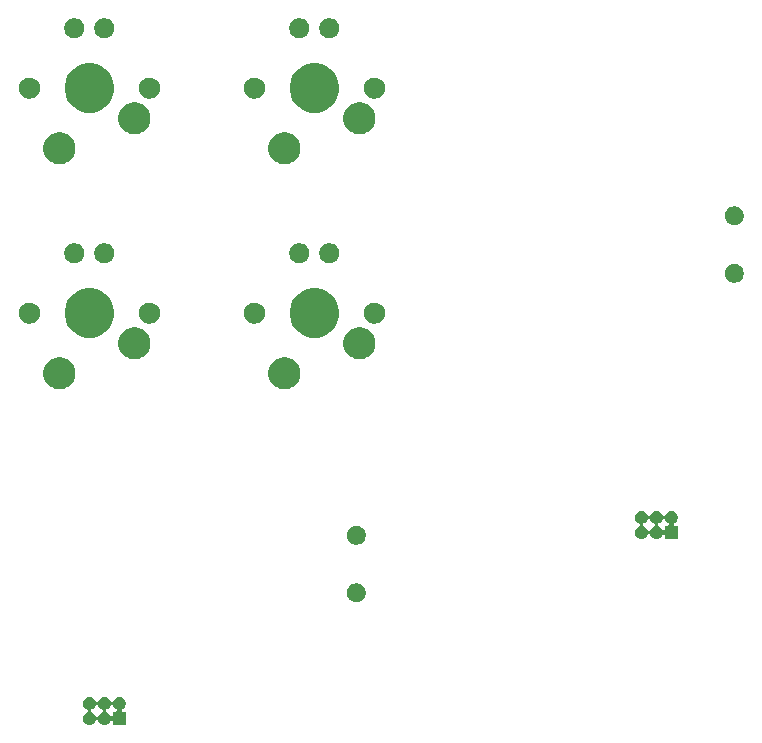
<source format=gbr>
G04 #@! TF.GenerationSoftware,KiCad,Pcbnew,(5.0.2)-1*
G04 #@! TF.CreationDate,2018-12-26T22:17:43-06:00*
G04 #@! TF.ProjectId,AVR6502Tester,41565236-3530-4325-9465-737465722e6b,rev?*
G04 #@! TF.SameCoordinates,Original*
G04 #@! TF.FileFunction,Soldermask,Top*
G04 #@! TF.FilePolarity,Negative*
%FSLAX46Y46*%
G04 Gerber Fmt 4.6, Leading zero omitted, Abs format (unit mm)*
G04 Created by KiCad (PCBNEW (5.0.2)-1) date 12/26/2018 10:17:43 PM*
%MOMM*%
%LPD*%
G01*
G04 APERTURE LIST*
%ADD10C,0.100000*%
G04 APERTURE END LIST*
D10*
G36*
X58528015Y-89626973D02*
X58631879Y-89658479D01*
X58727600Y-89709644D01*
X58811501Y-89778499D01*
X58880356Y-89862400D01*
X58931521Y-89958121D01*
X58935383Y-89970854D01*
X58944760Y-89993493D01*
X58958374Y-90013867D01*
X58975701Y-90031194D01*
X58996076Y-90044808D01*
X59018715Y-90054186D01*
X59042748Y-90058966D01*
X59067252Y-90058966D01*
X59091286Y-90054185D01*
X59113925Y-90044808D01*
X59134299Y-90031194D01*
X59151626Y-90013867D01*
X59165240Y-89993492D01*
X59174617Y-89970854D01*
X59178479Y-89958121D01*
X59229644Y-89862400D01*
X59298499Y-89778499D01*
X59382400Y-89709644D01*
X59478121Y-89658479D01*
X59581985Y-89626973D01*
X59662933Y-89619000D01*
X59717067Y-89619000D01*
X59798015Y-89626973D01*
X59901879Y-89658479D01*
X59997600Y-89709644D01*
X60081501Y-89778499D01*
X60150356Y-89862400D01*
X60201521Y-89958121D01*
X60205383Y-89970854D01*
X60214760Y-89993493D01*
X60228374Y-90013867D01*
X60245701Y-90031194D01*
X60266076Y-90044808D01*
X60288715Y-90054186D01*
X60312748Y-90058966D01*
X60337252Y-90058966D01*
X60361286Y-90054185D01*
X60383925Y-90044808D01*
X60404299Y-90031194D01*
X60421626Y-90013867D01*
X60435240Y-89993492D01*
X60444617Y-89970854D01*
X60448479Y-89958121D01*
X60499644Y-89862400D01*
X60568499Y-89778499D01*
X60652400Y-89709644D01*
X60748121Y-89658479D01*
X60851985Y-89626973D01*
X60932933Y-89619000D01*
X60987067Y-89619000D01*
X61068015Y-89626973D01*
X61171879Y-89658479D01*
X61267600Y-89709644D01*
X61351501Y-89778499D01*
X61420356Y-89862400D01*
X61471521Y-89958121D01*
X61503027Y-90061985D01*
X61513666Y-90170000D01*
X61503027Y-90278015D01*
X61471521Y-90381879D01*
X61420356Y-90477600D01*
X61351501Y-90561501D01*
X61267600Y-90630356D01*
X61223805Y-90653766D01*
X61203439Y-90667374D01*
X61186111Y-90684701D01*
X61172498Y-90705076D01*
X61163120Y-90727715D01*
X61158340Y-90751748D01*
X61158340Y-90776252D01*
X61163121Y-90800286D01*
X61172498Y-90822925D01*
X61186112Y-90843299D01*
X61203439Y-90860627D01*
X61223814Y-90874240D01*
X61246453Y-90883618D01*
X61282738Y-90889000D01*
X61511000Y-90889000D01*
X61511000Y-91991000D01*
X60409000Y-91991000D01*
X60409000Y-91762738D01*
X60406598Y-91738352D01*
X60399485Y-91714903D01*
X60387934Y-91693292D01*
X60372388Y-91674350D01*
X60353446Y-91658804D01*
X60331835Y-91647253D01*
X60308386Y-91640140D01*
X60284000Y-91637738D01*
X60259614Y-91640140D01*
X60236165Y-91647253D01*
X60214554Y-91658804D01*
X60195612Y-91674350D01*
X60173764Y-91703808D01*
X60150356Y-91747600D01*
X60081501Y-91831501D01*
X59997600Y-91900356D01*
X59901879Y-91951521D01*
X59798015Y-91983027D01*
X59717067Y-91991000D01*
X59662933Y-91991000D01*
X59581985Y-91983027D01*
X59478121Y-91951521D01*
X59382400Y-91900356D01*
X59298499Y-91831501D01*
X59229644Y-91747600D01*
X59178479Y-91651879D01*
X59174615Y-91639142D01*
X59165240Y-91616507D01*
X59151626Y-91596133D01*
X59134299Y-91578806D01*
X59113924Y-91565192D01*
X59091285Y-91555814D01*
X59067252Y-91551034D01*
X59042748Y-91551034D01*
X59018714Y-91555815D01*
X58996075Y-91565192D01*
X58975701Y-91578806D01*
X58958374Y-91596133D01*
X58944760Y-91616508D01*
X58935385Y-91639142D01*
X58931521Y-91651879D01*
X58880356Y-91747600D01*
X58811501Y-91831501D01*
X58727600Y-91900356D01*
X58631879Y-91951521D01*
X58528015Y-91983027D01*
X58447067Y-91991000D01*
X58392933Y-91991000D01*
X58311985Y-91983027D01*
X58208121Y-91951521D01*
X58112400Y-91900356D01*
X58028499Y-91831501D01*
X57959644Y-91747600D01*
X57908479Y-91651879D01*
X57876973Y-91548015D01*
X57866334Y-91440000D01*
X57876973Y-91331985D01*
X57908479Y-91228121D01*
X57959644Y-91132400D01*
X58028499Y-91048499D01*
X58112400Y-90979644D01*
X58208121Y-90928479D01*
X58220858Y-90924615D01*
X58243493Y-90915240D01*
X58263867Y-90901626D01*
X58281194Y-90884299D01*
X58294808Y-90863924D01*
X58304186Y-90841285D01*
X58308966Y-90817252D01*
X58308966Y-90792748D01*
X58531034Y-90792748D01*
X58531034Y-90817252D01*
X58535815Y-90841286D01*
X58545192Y-90863925D01*
X58558806Y-90884299D01*
X58576133Y-90901626D01*
X58596508Y-90915240D01*
X58619142Y-90924615D01*
X58631879Y-90928479D01*
X58727600Y-90979644D01*
X58811501Y-91048499D01*
X58880356Y-91132400D01*
X58931521Y-91228121D01*
X58935383Y-91240854D01*
X58944760Y-91263493D01*
X58958374Y-91283867D01*
X58975701Y-91301194D01*
X58996076Y-91314808D01*
X59018715Y-91324186D01*
X59042748Y-91328966D01*
X59067252Y-91328966D01*
X59091286Y-91324185D01*
X59113925Y-91314808D01*
X59134299Y-91301194D01*
X59151626Y-91283867D01*
X59165240Y-91263492D01*
X59174617Y-91240854D01*
X59178479Y-91228121D01*
X59229644Y-91132400D01*
X59298499Y-91048499D01*
X59382400Y-90979644D01*
X59478121Y-90928479D01*
X59490858Y-90924615D01*
X59513493Y-90915240D01*
X59533867Y-90901626D01*
X59551194Y-90884299D01*
X59564808Y-90863924D01*
X59574186Y-90841285D01*
X59578966Y-90817252D01*
X59578966Y-90792748D01*
X59801034Y-90792748D01*
X59801034Y-90817252D01*
X59805815Y-90841286D01*
X59815192Y-90863925D01*
X59828806Y-90884299D01*
X59846133Y-90901626D01*
X59866508Y-90915240D01*
X59889142Y-90924615D01*
X59901879Y-90928479D01*
X59997600Y-90979644D01*
X60081501Y-91048499D01*
X60150356Y-91132400D01*
X60173766Y-91176195D01*
X60187374Y-91196561D01*
X60204701Y-91213889D01*
X60225076Y-91227502D01*
X60247715Y-91236880D01*
X60271748Y-91241660D01*
X60296252Y-91241660D01*
X60320286Y-91236879D01*
X60342925Y-91227502D01*
X60363299Y-91213888D01*
X60380627Y-91196561D01*
X60394240Y-91176186D01*
X60403618Y-91153547D01*
X60409000Y-91117262D01*
X60409000Y-90889000D01*
X60637262Y-90889000D01*
X60661648Y-90886598D01*
X60685097Y-90879485D01*
X60706708Y-90867934D01*
X60725650Y-90852388D01*
X60741196Y-90833446D01*
X60752747Y-90811835D01*
X60759860Y-90788386D01*
X60762262Y-90764000D01*
X60759860Y-90739614D01*
X60752747Y-90716165D01*
X60741196Y-90694554D01*
X60725650Y-90675612D01*
X60696192Y-90653764D01*
X60652400Y-90630356D01*
X60568499Y-90561501D01*
X60499644Y-90477600D01*
X60448479Y-90381879D01*
X60444615Y-90369142D01*
X60435240Y-90346507D01*
X60421626Y-90326133D01*
X60404299Y-90308806D01*
X60383924Y-90295192D01*
X60361285Y-90285814D01*
X60337252Y-90281034D01*
X60312748Y-90281034D01*
X60288714Y-90285815D01*
X60266075Y-90295192D01*
X60245701Y-90308806D01*
X60228374Y-90326133D01*
X60214760Y-90346508D01*
X60205385Y-90369142D01*
X60201521Y-90381879D01*
X60150356Y-90477600D01*
X60081501Y-90561501D01*
X59997600Y-90630356D01*
X59901879Y-90681521D01*
X59889142Y-90685385D01*
X59866507Y-90694760D01*
X59846133Y-90708374D01*
X59828806Y-90725701D01*
X59815192Y-90746076D01*
X59805814Y-90768715D01*
X59801034Y-90792748D01*
X59578966Y-90792748D01*
X59574185Y-90768714D01*
X59564808Y-90746075D01*
X59551194Y-90725701D01*
X59533867Y-90708374D01*
X59513492Y-90694760D01*
X59490858Y-90685385D01*
X59478121Y-90681521D01*
X59382400Y-90630356D01*
X59298499Y-90561501D01*
X59229644Y-90477600D01*
X59178479Y-90381879D01*
X59174615Y-90369142D01*
X59165240Y-90346507D01*
X59151626Y-90326133D01*
X59134299Y-90308806D01*
X59113924Y-90295192D01*
X59091285Y-90285814D01*
X59067252Y-90281034D01*
X59042748Y-90281034D01*
X59018714Y-90285815D01*
X58996075Y-90295192D01*
X58975701Y-90308806D01*
X58958374Y-90326133D01*
X58944760Y-90346508D01*
X58935385Y-90369142D01*
X58931521Y-90381879D01*
X58880356Y-90477600D01*
X58811501Y-90561501D01*
X58727600Y-90630356D01*
X58631879Y-90681521D01*
X58619142Y-90685385D01*
X58596507Y-90694760D01*
X58576133Y-90708374D01*
X58558806Y-90725701D01*
X58545192Y-90746076D01*
X58535814Y-90768715D01*
X58531034Y-90792748D01*
X58308966Y-90792748D01*
X58304185Y-90768714D01*
X58294808Y-90746075D01*
X58281194Y-90725701D01*
X58263867Y-90708374D01*
X58243492Y-90694760D01*
X58220858Y-90685385D01*
X58208121Y-90681521D01*
X58112400Y-90630356D01*
X58028499Y-90561501D01*
X57959644Y-90477600D01*
X57908479Y-90381879D01*
X57876973Y-90278015D01*
X57866334Y-90170000D01*
X57876973Y-90061985D01*
X57908479Y-89958121D01*
X57959644Y-89862400D01*
X58028499Y-89778499D01*
X58112400Y-89709644D01*
X58208121Y-89658479D01*
X58311985Y-89626973D01*
X58392933Y-89619000D01*
X58447067Y-89619000D01*
X58528015Y-89626973D01*
X58528015Y-89626973D01*
G37*
G36*
X81259643Y-80055781D02*
X81405415Y-80116162D01*
X81536611Y-80203824D01*
X81648176Y-80315389D01*
X81735838Y-80446585D01*
X81796219Y-80592357D01*
X81827000Y-80747107D01*
X81827000Y-80904893D01*
X81796219Y-81059643D01*
X81735838Y-81205415D01*
X81648176Y-81336611D01*
X81536611Y-81448176D01*
X81405415Y-81535838D01*
X81259643Y-81596219D01*
X81104893Y-81627000D01*
X80947107Y-81627000D01*
X80792357Y-81596219D01*
X80646585Y-81535838D01*
X80515389Y-81448176D01*
X80403824Y-81336611D01*
X80316162Y-81205415D01*
X80255781Y-81059643D01*
X80225000Y-80904893D01*
X80225000Y-80747107D01*
X80255781Y-80592357D01*
X80316162Y-80446585D01*
X80403824Y-80315389D01*
X80515389Y-80203824D01*
X80646585Y-80116162D01*
X80792357Y-80055781D01*
X80947107Y-80025000D01*
X81104893Y-80025000D01*
X81259643Y-80055781D01*
X81259643Y-80055781D01*
G37*
G36*
X81259643Y-75175781D02*
X81405415Y-75236162D01*
X81536611Y-75323824D01*
X81648176Y-75435389D01*
X81735838Y-75566585D01*
X81796219Y-75712357D01*
X81827000Y-75867107D01*
X81827000Y-76024893D01*
X81796219Y-76179643D01*
X81735838Y-76325415D01*
X81648176Y-76456611D01*
X81536611Y-76568176D01*
X81405415Y-76655838D01*
X81259643Y-76716219D01*
X81104893Y-76747000D01*
X80947107Y-76747000D01*
X80792357Y-76716219D01*
X80646585Y-76655838D01*
X80515389Y-76568176D01*
X80403824Y-76456611D01*
X80316162Y-76325415D01*
X80255781Y-76179643D01*
X80225000Y-76024893D01*
X80225000Y-75867107D01*
X80255781Y-75712357D01*
X80316162Y-75566585D01*
X80403824Y-75435389D01*
X80515389Y-75323824D01*
X80646585Y-75236162D01*
X80792357Y-75175781D01*
X80947107Y-75145000D01*
X81104893Y-75145000D01*
X81259643Y-75175781D01*
X81259643Y-75175781D01*
G37*
G36*
X105264015Y-73878973D02*
X105367879Y-73910479D01*
X105463600Y-73961644D01*
X105547501Y-74030499D01*
X105616356Y-74114400D01*
X105667521Y-74210121D01*
X105671383Y-74222854D01*
X105680760Y-74245493D01*
X105694374Y-74265867D01*
X105711701Y-74283194D01*
X105732076Y-74296808D01*
X105754715Y-74306186D01*
X105778748Y-74310966D01*
X105803252Y-74310966D01*
X105827286Y-74306185D01*
X105849925Y-74296808D01*
X105870299Y-74283194D01*
X105887626Y-74265867D01*
X105901240Y-74245492D01*
X105910617Y-74222854D01*
X105914479Y-74210121D01*
X105965644Y-74114400D01*
X106034499Y-74030499D01*
X106118400Y-73961644D01*
X106214121Y-73910479D01*
X106317985Y-73878973D01*
X106398933Y-73871000D01*
X106453067Y-73871000D01*
X106534015Y-73878973D01*
X106637879Y-73910479D01*
X106733600Y-73961644D01*
X106817501Y-74030499D01*
X106886356Y-74114400D01*
X106937521Y-74210121D01*
X106941383Y-74222854D01*
X106950760Y-74245493D01*
X106964374Y-74265867D01*
X106981701Y-74283194D01*
X107002076Y-74296808D01*
X107024715Y-74306186D01*
X107048748Y-74310966D01*
X107073252Y-74310966D01*
X107097286Y-74306185D01*
X107119925Y-74296808D01*
X107140299Y-74283194D01*
X107157626Y-74265867D01*
X107171240Y-74245492D01*
X107180617Y-74222854D01*
X107184479Y-74210121D01*
X107235644Y-74114400D01*
X107304499Y-74030499D01*
X107388400Y-73961644D01*
X107484121Y-73910479D01*
X107587985Y-73878973D01*
X107668933Y-73871000D01*
X107723067Y-73871000D01*
X107804015Y-73878973D01*
X107907879Y-73910479D01*
X108003600Y-73961644D01*
X108087501Y-74030499D01*
X108156356Y-74114400D01*
X108207521Y-74210121D01*
X108239027Y-74313985D01*
X108249666Y-74422000D01*
X108239027Y-74530015D01*
X108207521Y-74633879D01*
X108156356Y-74729600D01*
X108087501Y-74813501D01*
X108003600Y-74882356D01*
X107959805Y-74905766D01*
X107939439Y-74919374D01*
X107922111Y-74936701D01*
X107908498Y-74957076D01*
X107899120Y-74979715D01*
X107894340Y-75003748D01*
X107894340Y-75028252D01*
X107899121Y-75052286D01*
X107908498Y-75074925D01*
X107922112Y-75095299D01*
X107939439Y-75112627D01*
X107959814Y-75126240D01*
X107982453Y-75135618D01*
X108018738Y-75141000D01*
X108247000Y-75141000D01*
X108247000Y-76243000D01*
X107145000Y-76243000D01*
X107145000Y-76014738D01*
X107142598Y-75990352D01*
X107135485Y-75966903D01*
X107123934Y-75945292D01*
X107108388Y-75926350D01*
X107089446Y-75910804D01*
X107067835Y-75899253D01*
X107044386Y-75892140D01*
X107020000Y-75889738D01*
X106995614Y-75892140D01*
X106972165Y-75899253D01*
X106950554Y-75910804D01*
X106931612Y-75926350D01*
X106909764Y-75955808D01*
X106886356Y-75999600D01*
X106817501Y-76083501D01*
X106733600Y-76152356D01*
X106637879Y-76203521D01*
X106534015Y-76235027D01*
X106453067Y-76243000D01*
X106398933Y-76243000D01*
X106317985Y-76235027D01*
X106214121Y-76203521D01*
X106118400Y-76152356D01*
X106034499Y-76083501D01*
X105965644Y-75999600D01*
X105914479Y-75903879D01*
X105910615Y-75891142D01*
X105901240Y-75868507D01*
X105887626Y-75848133D01*
X105870299Y-75830806D01*
X105849924Y-75817192D01*
X105827285Y-75807814D01*
X105803252Y-75803034D01*
X105778748Y-75803034D01*
X105754714Y-75807815D01*
X105732075Y-75817192D01*
X105711701Y-75830806D01*
X105694374Y-75848133D01*
X105680760Y-75868508D01*
X105671385Y-75891142D01*
X105667521Y-75903879D01*
X105616356Y-75999600D01*
X105547501Y-76083501D01*
X105463600Y-76152356D01*
X105367879Y-76203521D01*
X105264015Y-76235027D01*
X105183067Y-76243000D01*
X105128933Y-76243000D01*
X105047985Y-76235027D01*
X104944121Y-76203521D01*
X104848400Y-76152356D01*
X104764499Y-76083501D01*
X104695644Y-75999600D01*
X104644479Y-75903879D01*
X104612973Y-75800015D01*
X104602334Y-75692000D01*
X104612973Y-75583985D01*
X104644479Y-75480121D01*
X104695644Y-75384400D01*
X104764499Y-75300499D01*
X104848400Y-75231644D01*
X104944121Y-75180479D01*
X104956858Y-75176615D01*
X104979493Y-75167240D01*
X104999867Y-75153626D01*
X105017194Y-75136299D01*
X105030808Y-75115924D01*
X105040186Y-75093285D01*
X105044966Y-75069252D01*
X105044966Y-75044748D01*
X105267034Y-75044748D01*
X105267034Y-75069252D01*
X105271815Y-75093286D01*
X105281192Y-75115925D01*
X105294806Y-75136299D01*
X105312133Y-75153626D01*
X105332508Y-75167240D01*
X105355142Y-75176615D01*
X105367879Y-75180479D01*
X105463600Y-75231644D01*
X105547501Y-75300499D01*
X105616356Y-75384400D01*
X105667521Y-75480121D01*
X105671383Y-75492854D01*
X105680760Y-75515493D01*
X105694374Y-75535867D01*
X105711701Y-75553194D01*
X105732076Y-75566808D01*
X105754715Y-75576186D01*
X105778748Y-75580966D01*
X105803252Y-75580966D01*
X105827286Y-75576185D01*
X105849925Y-75566808D01*
X105870299Y-75553194D01*
X105887626Y-75535867D01*
X105901240Y-75515492D01*
X105910617Y-75492854D01*
X105914479Y-75480121D01*
X105965644Y-75384400D01*
X106034499Y-75300499D01*
X106118400Y-75231644D01*
X106214121Y-75180479D01*
X106226858Y-75176615D01*
X106249493Y-75167240D01*
X106269867Y-75153626D01*
X106287194Y-75136299D01*
X106300808Y-75115924D01*
X106310186Y-75093285D01*
X106314966Y-75069252D01*
X106314966Y-75044748D01*
X106537034Y-75044748D01*
X106537034Y-75069252D01*
X106541815Y-75093286D01*
X106551192Y-75115925D01*
X106564806Y-75136299D01*
X106582133Y-75153626D01*
X106602508Y-75167240D01*
X106625142Y-75176615D01*
X106637879Y-75180479D01*
X106733600Y-75231644D01*
X106817501Y-75300499D01*
X106886356Y-75384400D01*
X106909766Y-75428195D01*
X106923374Y-75448561D01*
X106940701Y-75465889D01*
X106961076Y-75479502D01*
X106983715Y-75488880D01*
X107007748Y-75493660D01*
X107032252Y-75493660D01*
X107056286Y-75488879D01*
X107078925Y-75479502D01*
X107099299Y-75465888D01*
X107116627Y-75448561D01*
X107130240Y-75428186D01*
X107139618Y-75405547D01*
X107145000Y-75369262D01*
X107145000Y-75141000D01*
X107373262Y-75141000D01*
X107397648Y-75138598D01*
X107421097Y-75131485D01*
X107442708Y-75119934D01*
X107461650Y-75104388D01*
X107477196Y-75085446D01*
X107488747Y-75063835D01*
X107495860Y-75040386D01*
X107498262Y-75016000D01*
X107495860Y-74991614D01*
X107488747Y-74968165D01*
X107477196Y-74946554D01*
X107461650Y-74927612D01*
X107432192Y-74905764D01*
X107388400Y-74882356D01*
X107304499Y-74813501D01*
X107235644Y-74729600D01*
X107184479Y-74633879D01*
X107180615Y-74621142D01*
X107171240Y-74598507D01*
X107157626Y-74578133D01*
X107140299Y-74560806D01*
X107119924Y-74547192D01*
X107097285Y-74537814D01*
X107073252Y-74533034D01*
X107048748Y-74533034D01*
X107024714Y-74537815D01*
X107002075Y-74547192D01*
X106981701Y-74560806D01*
X106964374Y-74578133D01*
X106950760Y-74598508D01*
X106941385Y-74621142D01*
X106937521Y-74633879D01*
X106886356Y-74729600D01*
X106817501Y-74813501D01*
X106733600Y-74882356D01*
X106637879Y-74933521D01*
X106625142Y-74937385D01*
X106602507Y-74946760D01*
X106582133Y-74960374D01*
X106564806Y-74977701D01*
X106551192Y-74998076D01*
X106541814Y-75020715D01*
X106537034Y-75044748D01*
X106314966Y-75044748D01*
X106310185Y-75020714D01*
X106300808Y-74998075D01*
X106287194Y-74977701D01*
X106269867Y-74960374D01*
X106249492Y-74946760D01*
X106226858Y-74937385D01*
X106214121Y-74933521D01*
X106118400Y-74882356D01*
X106034499Y-74813501D01*
X105965644Y-74729600D01*
X105914479Y-74633879D01*
X105910615Y-74621142D01*
X105901240Y-74598507D01*
X105887626Y-74578133D01*
X105870299Y-74560806D01*
X105849924Y-74547192D01*
X105827285Y-74537814D01*
X105803252Y-74533034D01*
X105778748Y-74533034D01*
X105754714Y-74537815D01*
X105732075Y-74547192D01*
X105711701Y-74560806D01*
X105694374Y-74578133D01*
X105680760Y-74598508D01*
X105671385Y-74621142D01*
X105667521Y-74633879D01*
X105616356Y-74729600D01*
X105547501Y-74813501D01*
X105463600Y-74882356D01*
X105367879Y-74933521D01*
X105355142Y-74937385D01*
X105332507Y-74946760D01*
X105312133Y-74960374D01*
X105294806Y-74977701D01*
X105281192Y-74998076D01*
X105271814Y-75020715D01*
X105267034Y-75044748D01*
X105044966Y-75044748D01*
X105040185Y-75020714D01*
X105030808Y-74998075D01*
X105017194Y-74977701D01*
X104999867Y-74960374D01*
X104979492Y-74946760D01*
X104956858Y-74937385D01*
X104944121Y-74933521D01*
X104848400Y-74882356D01*
X104764499Y-74813501D01*
X104695644Y-74729600D01*
X104644479Y-74633879D01*
X104612973Y-74530015D01*
X104602334Y-74422000D01*
X104612973Y-74313985D01*
X104644479Y-74210121D01*
X104695644Y-74114400D01*
X104764499Y-74030499D01*
X104848400Y-73961644D01*
X104944121Y-73910479D01*
X105047985Y-73878973D01*
X105128933Y-73871000D01*
X105183067Y-73871000D01*
X105264015Y-73878973D01*
X105264015Y-73878973D01*
G37*
G36*
X56274212Y-60930456D02*
X56520165Y-61032333D01*
X56741520Y-61180238D01*
X56929762Y-61368480D01*
X57077667Y-61589835D01*
X57179544Y-61835788D01*
X57231480Y-62096889D01*
X57231480Y-62363111D01*
X57179544Y-62624212D01*
X57077667Y-62870165D01*
X56929762Y-63091520D01*
X56741520Y-63279762D01*
X56520165Y-63427667D01*
X56274212Y-63529544D01*
X56013111Y-63581480D01*
X55746889Y-63581480D01*
X55485788Y-63529544D01*
X55239835Y-63427667D01*
X55018480Y-63279762D01*
X54830238Y-63091520D01*
X54682333Y-62870165D01*
X54580456Y-62624212D01*
X54528520Y-62363111D01*
X54528520Y-62096889D01*
X54580456Y-61835788D01*
X54682333Y-61589835D01*
X54830238Y-61368480D01*
X55018480Y-61180238D01*
X55239835Y-61032333D01*
X55485788Y-60930456D01*
X55746889Y-60878520D01*
X56013111Y-60878520D01*
X56274212Y-60930456D01*
X56274212Y-60930456D01*
G37*
G36*
X75324212Y-60930456D02*
X75570165Y-61032333D01*
X75791520Y-61180238D01*
X75979762Y-61368480D01*
X76127667Y-61589835D01*
X76229544Y-61835788D01*
X76281480Y-62096889D01*
X76281480Y-62363111D01*
X76229544Y-62624212D01*
X76127667Y-62870165D01*
X75979762Y-63091520D01*
X75791520Y-63279762D01*
X75570165Y-63427667D01*
X75324212Y-63529544D01*
X75063111Y-63581480D01*
X74796889Y-63581480D01*
X74535788Y-63529544D01*
X74289835Y-63427667D01*
X74068480Y-63279762D01*
X73880238Y-63091520D01*
X73732333Y-62870165D01*
X73630456Y-62624212D01*
X73578520Y-62363111D01*
X73578520Y-62096889D01*
X73630456Y-61835788D01*
X73732333Y-61589835D01*
X73880238Y-61368480D01*
X74068480Y-61180238D01*
X74289835Y-61032333D01*
X74535788Y-60930456D01*
X74796889Y-60878520D01*
X75063111Y-60878520D01*
X75324212Y-60930456D01*
X75324212Y-60930456D01*
G37*
G36*
X81674212Y-58390456D02*
X81920165Y-58492333D01*
X82141520Y-58640238D01*
X82329762Y-58828480D01*
X82477667Y-59049835D01*
X82579544Y-59295788D01*
X82631480Y-59556889D01*
X82631480Y-59823111D01*
X82579544Y-60084212D01*
X82477667Y-60330165D01*
X82329762Y-60551520D01*
X82141520Y-60739762D01*
X81920165Y-60887667D01*
X81674212Y-60989544D01*
X81413111Y-61041480D01*
X81146889Y-61041480D01*
X80885788Y-60989544D01*
X80639835Y-60887667D01*
X80418480Y-60739762D01*
X80230238Y-60551520D01*
X80082333Y-60330165D01*
X79980456Y-60084212D01*
X79928520Y-59823111D01*
X79928520Y-59556889D01*
X79980456Y-59295788D01*
X80082333Y-59049835D01*
X80230238Y-58828480D01*
X80418480Y-58640238D01*
X80639835Y-58492333D01*
X80885788Y-58390456D01*
X81146889Y-58338520D01*
X81413111Y-58338520D01*
X81674212Y-58390456D01*
X81674212Y-58390456D01*
G37*
G36*
X62624212Y-58390456D02*
X62870165Y-58492333D01*
X63091520Y-58640238D01*
X63279762Y-58828480D01*
X63427667Y-59049835D01*
X63529544Y-59295788D01*
X63581480Y-59556889D01*
X63581480Y-59823111D01*
X63529544Y-60084212D01*
X63427667Y-60330165D01*
X63279762Y-60551520D01*
X63091520Y-60739762D01*
X62870165Y-60887667D01*
X62624212Y-60989544D01*
X62363111Y-61041480D01*
X62096889Y-61041480D01*
X61835788Y-60989544D01*
X61589835Y-60887667D01*
X61368480Y-60739762D01*
X61180238Y-60551520D01*
X61032333Y-60330165D01*
X60930456Y-60084212D01*
X60878520Y-59823111D01*
X60878520Y-59556889D01*
X60930456Y-59295788D01*
X61032333Y-59049835D01*
X61180238Y-58828480D01*
X61368480Y-58640238D01*
X61589835Y-58492333D01*
X61835788Y-58390456D01*
X62096889Y-58338520D01*
X62363111Y-58338520D01*
X62624212Y-58390456D01*
X62624212Y-58390456D01*
G37*
G36*
X78082774Y-55129951D02*
X78465091Y-55288312D01*
X78465093Y-55288313D01*
X78804596Y-55515161D01*
X78809172Y-55518219D01*
X79101781Y-55810828D01*
X79331688Y-56154909D01*
X79490049Y-56537226D01*
X79570780Y-56943090D01*
X79570780Y-57356910D01*
X79490049Y-57762774D01*
X79331688Y-58145091D01*
X79101781Y-58489172D01*
X78809172Y-58781781D01*
X78809169Y-58781783D01*
X78465093Y-59011687D01*
X78465092Y-59011688D01*
X78465091Y-59011688D01*
X78082774Y-59170049D01*
X77676910Y-59250780D01*
X77263090Y-59250780D01*
X76857226Y-59170049D01*
X76474909Y-59011688D01*
X76474908Y-59011688D01*
X76474907Y-59011687D01*
X76130831Y-58781783D01*
X76130828Y-58781781D01*
X75838219Y-58489172D01*
X75608312Y-58145091D01*
X75449951Y-57762774D01*
X75369220Y-57356910D01*
X75369220Y-56943090D01*
X75449951Y-56537226D01*
X75608312Y-56154909D01*
X75838219Y-55810828D01*
X76130828Y-55518219D01*
X76135404Y-55515161D01*
X76474907Y-55288313D01*
X76474909Y-55288312D01*
X76857226Y-55129951D01*
X77263090Y-55049220D01*
X77676910Y-55049220D01*
X78082774Y-55129951D01*
X78082774Y-55129951D01*
G37*
G36*
X59032774Y-55129951D02*
X59415091Y-55288312D01*
X59415093Y-55288313D01*
X59754596Y-55515161D01*
X59759172Y-55518219D01*
X60051781Y-55810828D01*
X60281688Y-56154909D01*
X60440049Y-56537226D01*
X60520780Y-56943090D01*
X60520780Y-57356910D01*
X60440049Y-57762774D01*
X60281688Y-58145091D01*
X60051781Y-58489172D01*
X59759172Y-58781781D01*
X59759169Y-58781783D01*
X59415093Y-59011687D01*
X59415092Y-59011688D01*
X59415091Y-59011688D01*
X59032774Y-59170049D01*
X58626910Y-59250780D01*
X58213090Y-59250780D01*
X57807226Y-59170049D01*
X57424909Y-59011688D01*
X57424908Y-59011688D01*
X57424907Y-59011687D01*
X57080831Y-58781783D01*
X57080828Y-58781781D01*
X56788219Y-58489172D01*
X56558312Y-58145091D01*
X56399951Y-57762774D01*
X56319220Y-57356910D01*
X56319220Y-56943090D01*
X56399951Y-56537226D01*
X56558312Y-56154909D01*
X56788219Y-55810828D01*
X57080828Y-55518219D01*
X57085404Y-55515161D01*
X57424907Y-55288313D01*
X57424909Y-55288312D01*
X57807226Y-55129951D01*
X58213090Y-55049220D01*
X58626910Y-55049220D01*
X59032774Y-55129951D01*
X59032774Y-55129951D01*
G37*
G36*
X63762704Y-56283980D02*
X63926607Y-56351871D01*
X64074121Y-56450437D01*
X64199563Y-56575879D01*
X64298129Y-56723393D01*
X64366020Y-56887296D01*
X64400630Y-57061294D01*
X64400630Y-57238706D01*
X64366020Y-57412704D01*
X64298129Y-57576607D01*
X64199563Y-57724121D01*
X64074121Y-57849563D01*
X63926607Y-57948129D01*
X63762704Y-58016020D01*
X63588706Y-58050630D01*
X63411294Y-58050630D01*
X63237296Y-58016020D01*
X63073393Y-57948129D01*
X62925879Y-57849563D01*
X62800437Y-57724121D01*
X62701871Y-57576607D01*
X62633980Y-57412704D01*
X62599370Y-57238706D01*
X62599370Y-57061294D01*
X62633980Y-56887296D01*
X62701871Y-56723393D01*
X62800437Y-56575879D01*
X62925879Y-56450437D01*
X63073393Y-56351871D01*
X63237296Y-56283980D01*
X63411294Y-56249370D01*
X63588706Y-56249370D01*
X63762704Y-56283980D01*
X63762704Y-56283980D01*
G37*
G36*
X72652704Y-56283980D02*
X72816607Y-56351871D01*
X72964121Y-56450437D01*
X73089563Y-56575879D01*
X73188129Y-56723393D01*
X73256020Y-56887296D01*
X73290630Y-57061294D01*
X73290630Y-57238706D01*
X73256020Y-57412704D01*
X73188129Y-57576607D01*
X73089563Y-57724121D01*
X72964121Y-57849563D01*
X72816607Y-57948129D01*
X72652704Y-58016020D01*
X72478706Y-58050630D01*
X72301294Y-58050630D01*
X72127296Y-58016020D01*
X71963393Y-57948129D01*
X71815879Y-57849563D01*
X71690437Y-57724121D01*
X71591871Y-57576607D01*
X71523980Y-57412704D01*
X71489370Y-57238706D01*
X71489370Y-57061294D01*
X71523980Y-56887296D01*
X71591871Y-56723393D01*
X71690437Y-56575879D01*
X71815879Y-56450437D01*
X71963393Y-56351871D01*
X72127296Y-56283980D01*
X72301294Y-56249370D01*
X72478706Y-56249370D01*
X72652704Y-56283980D01*
X72652704Y-56283980D01*
G37*
G36*
X82812704Y-56283980D02*
X82976607Y-56351871D01*
X83124121Y-56450437D01*
X83249563Y-56575879D01*
X83348129Y-56723393D01*
X83416020Y-56887296D01*
X83450630Y-57061294D01*
X83450630Y-57238706D01*
X83416020Y-57412704D01*
X83348129Y-57576607D01*
X83249563Y-57724121D01*
X83124121Y-57849563D01*
X82976607Y-57948129D01*
X82812704Y-58016020D01*
X82638706Y-58050630D01*
X82461294Y-58050630D01*
X82287296Y-58016020D01*
X82123393Y-57948129D01*
X81975879Y-57849563D01*
X81850437Y-57724121D01*
X81751871Y-57576607D01*
X81683980Y-57412704D01*
X81649370Y-57238706D01*
X81649370Y-57061294D01*
X81683980Y-56887296D01*
X81751871Y-56723393D01*
X81850437Y-56575879D01*
X81975879Y-56450437D01*
X82123393Y-56351871D01*
X82287296Y-56283980D01*
X82461294Y-56249370D01*
X82638706Y-56249370D01*
X82812704Y-56283980D01*
X82812704Y-56283980D01*
G37*
G36*
X53602704Y-56283980D02*
X53766607Y-56351871D01*
X53914121Y-56450437D01*
X54039563Y-56575879D01*
X54138129Y-56723393D01*
X54206020Y-56887296D01*
X54240630Y-57061294D01*
X54240630Y-57238706D01*
X54206020Y-57412704D01*
X54138129Y-57576607D01*
X54039563Y-57724121D01*
X53914121Y-57849563D01*
X53766607Y-57948129D01*
X53602704Y-58016020D01*
X53428706Y-58050630D01*
X53251294Y-58050630D01*
X53077296Y-58016020D01*
X52913393Y-57948129D01*
X52765879Y-57849563D01*
X52640437Y-57724121D01*
X52541871Y-57576607D01*
X52473980Y-57412704D01*
X52439370Y-57238706D01*
X52439370Y-57061294D01*
X52473980Y-56887296D01*
X52541871Y-56723393D01*
X52640437Y-56575879D01*
X52765879Y-56450437D01*
X52913393Y-56351871D01*
X53077296Y-56283980D01*
X53251294Y-56249370D01*
X53428706Y-56249370D01*
X53602704Y-56283980D01*
X53602704Y-56283980D01*
G37*
G36*
X113263643Y-53004781D02*
X113409415Y-53065162D01*
X113540611Y-53152824D01*
X113652176Y-53264389D01*
X113739838Y-53395585D01*
X113800219Y-53541357D01*
X113831000Y-53696107D01*
X113831000Y-53853893D01*
X113800219Y-54008643D01*
X113739838Y-54154415D01*
X113652176Y-54285611D01*
X113540611Y-54397176D01*
X113409415Y-54484838D01*
X113263643Y-54545219D01*
X113108893Y-54576000D01*
X112951107Y-54576000D01*
X112796357Y-54545219D01*
X112650585Y-54484838D01*
X112519389Y-54397176D01*
X112407824Y-54285611D01*
X112320162Y-54154415D01*
X112259781Y-54008643D01*
X112229000Y-53853893D01*
X112229000Y-53696107D01*
X112259781Y-53541357D01*
X112320162Y-53395585D01*
X112407824Y-53264389D01*
X112519389Y-53152824D01*
X112650585Y-53065162D01*
X112796357Y-53004781D01*
X112951107Y-52974000D01*
X113108893Y-52974000D01*
X113263643Y-53004781D01*
X113263643Y-53004781D01*
G37*
G36*
X57398257Y-51251607D02*
X57553144Y-51315763D01*
X57692549Y-51408911D01*
X57811089Y-51527451D01*
X57904237Y-51666856D01*
X57968393Y-51821743D01*
X58001100Y-51986173D01*
X58001100Y-52153827D01*
X57968393Y-52318257D01*
X57904237Y-52473144D01*
X57811089Y-52612549D01*
X57692549Y-52731089D01*
X57553144Y-52824237D01*
X57398257Y-52888393D01*
X57233827Y-52921100D01*
X57066173Y-52921100D01*
X56901743Y-52888393D01*
X56746856Y-52824237D01*
X56607451Y-52731089D01*
X56488911Y-52612549D01*
X56395763Y-52473144D01*
X56331607Y-52318257D01*
X56298900Y-52153827D01*
X56298900Y-51986173D01*
X56331607Y-51821743D01*
X56395763Y-51666856D01*
X56488911Y-51527451D01*
X56607451Y-51408911D01*
X56746856Y-51315763D01*
X56901743Y-51251607D01*
X57066173Y-51218900D01*
X57233827Y-51218900D01*
X57398257Y-51251607D01*
X57398257Y-51251607D01*
G37*
G36*
X78988257Y-51251607D02*
X79143144Y-51315763D01*
X79282549Y-51408911D01*
X79401089Y-51527451D01*
X79494237Y-51666856D01*
X79558393Y-51821743D01*
X79591100Y-51986173D01*
X79591100Y-52153827D01*
X79558393Y-52318257D01*
X79494237Y-52473144D01*
X79401089Y-52612549D01*
X79282549Y-52731089D01*
X79143144Y-52824237D01*
X78988257Y-52888393D01*
X78823827Y-52921100D01*
X78656173Y-52921100D01*
X78491743Y-52888393D01*
X78336856Y-52824237D01*
X78197451Y-52731089D01*
X78078911Y-52612549D01*
X77985763Y-52473144D01*
X77921607Y-52318257D01*
X77888900Y-52153827D01*
X77888900Y-51986173D01*
X77921607Y-51821743D01*
X77985763Y-51666856D01*
X78078911Y-51527451D01*
X78197451Y-51408911D01*
X78336856Y-51315763D01*
X78491743Y-51251607D01*
X78656173Y-51218900D01*
X78823827Y-51218900D01*
X78988257Y-51251607D01*
X78988257Y-51251607D01*
G37*
G36*
X76448257Y-51251607D02*
X76603144Y-51315763D01*
X76742549Y-51408911D01*
X76861089Y-51527451D01*
X76954237Y-51666856D01*
X77018393Y-51821743D01*
X77051100Y-51986173D01*
X77051100Y-52153827D01*
X77018393Y-52318257D01*
X76954237Y-52473144D01*
X76861089Y-52612549D01*
X76742549Y-52731089D01*
X76603144Y-52824237D01*
X76448257Y-52888393D01*
X76283827Y-52921100D01*
X76116173Y-52921100D01*
X75951743Y-52888393D01*
X75796856Y-52824237D01*
X75657451Y-52731089D01*
X75538911Y-52612549D01*
X75445763Y-52473144D01*
X75381607Y-52318257D01*
X75348900Y-52153827D01*
X75348900Y-51986173D01*
X75381607Y-51821743D01*
X75445763Y-51666856D01*
X75538911Y-51527451D01*
X75657451Y-51408911D01*
X75796856Y-51315763D01*
X75951743Y-51251607D01*
X76116173Y-51218900D01*
X76283827Y-51218900D01*
X76448257Y-51251607D01*
X76448257Y-51251607D01*
G37*
G36*
X59938257Y-51251607D02*
X60093144Y-51315763D01*
X60232549Y-51408911D01*
X60351089Y-51527451D01*
X60444237Y-51666856D01*
X60508393Y-51821743D01*
X60541100Y-51986173D01*
X60541100Y-52153827D01*
X60508393Y-52318257D01*
X60444237Y-52473144D01*
X60351089Y-52612549D01*
X60232549Y-52731089D01*
X60093144Y-52824237D01*
X59938257Y-52888393D01*
X59773827Y-52921100D01*
X59606173Y-52921100D01*
X59441743Y-52888393D01*
X59286856Y-52824237D01*
X59147451Y-52731089D01*
X59028911Y-52612549D01*
X58935763Y-52473144D01*
X58871607Y-52318257D01*
X58838900Y-52153827D01*
X58838900Y-51986173D01*
X58871607Y-51821743D01*
X58935763Y-51666856D01*
X59028911Y-51527451D01*
X59147451Y-51408911D01*
X59286856Y-51315763D01*
X59441743Y-51251607D01*
X59606173Y-51218900D01*
X59773827Y-51218900D01*
X59938257Y-51251607D01*
X59938257Y-51251607D01*
G37*
G36*
X113263643Y-48124781D02*
X113409415Y-48185162D01*
X113540611Y-48272824D01*
X113652176Y-48384389D01*
X113739838Y-48515585D01*
X113800219Y-48661357D01*
X113831000Y-48816107D01*
X113831000Y-48973893D01*
X113800219Y-49128643D01*
X113739838Y-49274415D01*
X113652176Y-49405611D01*
X113540611Y-49517176D01*
X113409415Y-49604838D01*
X113263643Y-49665219D01*
X113108893Y-49696000D01*
X112951107Y-49696000D01*
X112796357Y-49665219D01*
X112650585Y-49604838D01*
X112519389Y-49517176D01*
X112407824Y-49405611D01*
X112320162Y-49274415D01*
X112259781Y-49128643D01*
X112229000Y-48973893D01*
X112229000Y-48816107D01*
X112259781Y-48661357D01*
X112320162Y-48515585D01*
X112407824Y-48384389D01*
X112519389Y-48272824D01*
X112650585Y-48185162D01*
X112796357Y-48124781D01*
X112951107Y-48094000D01*
X113108893Y-48094000D01*
X113263643Y-48124781D01*
X113263643Y-48124781D01*
G37*
G36*
X75324212Y-41880456D02*
X75570165Y-41982333D01*
X75791520Y-42130238D01*
X75979762Y-42318480D01*
X76127667Y-42539835D01*
X76229544Y-42785788D01*
X76281480Y-43046889D01*
X76281480Y-43313111D01*
X76229544Y-43574212D01*
X76127667Y-43820165D01*
X75979762Y-44041520D01*
X75791520Y-44229762D01*
X75570165Y-44377667D01*
X75324212Y-44479544D01*
X75063111Y-44531480D01*
X74796889Y-44531480D01*
X74535788Y-44479544D01*
X74289835Y-44377667D01*
X74068480Y-44229762D01*
X73880238Y-44041520D01*
X73732333Y-43820165D01*
X73630456Y-43574212D01*
X73578520Y-43313111D01*
X73578520Y-43046889D01*
X73630456Y-42785788D01*
X73732333Y-42539835D01*
X73880238Y-42318480D01*
X74068480Y-42130238D01*
X74289835Y-41982333D01*
X74535788Y-41880456D01*
X74796889Y-41828520D01*
X75063111Y-41828520D01*
X75324212Y-41880456D01*
X75324212Y-41880456D01*
G37*
G36*
X56274212Y-41880456D02*
X56520165Y-41982333D01*
X56741520Y-42130238D01*
X56929762Y-42318480D01*
X57077667Y-42539835D01*
X57179544Y-42785788D01*
X57231480Y-43046889D01*
X57231480Y-43313111D01*
X57179544Y-43574212D01*
X57077667Y-43820165D01*
X56929762Y-44041520D01*
X56741520Y-44229762D01*
X56520165Y-44377667D01*
X56274212Y-44479544D01*
X56013111Y-44531480D01*
X55746889Y-44531480D01*
X55485788Y-44479544D01*
X55239835Y-44377667D01*
X55018480Y-44229762D01*
X54830238Y-44041520D01*
X54682333Y-43820165D01*
X54580456Y-43574212D01*
X54528520Y-43313111D01*
X54528520Y-43046889D01*
X54580456Y-42785788D01*
X54682333Y-42539835D01*
X54830238Y-42318480D01*
X55018480Y-42130238D01*
X55239835Y-41982333D01*
X55485788Y-41880456D01*
X55746889Y-41828520D01*
X56013111Y-41828520D01*
X56274212Y-41880456D01*
X56274212Y-41880456D01*
G37*
G36*
X62624212Y-39340456D02*
X62870165Y-39442333D01*
X63091520Y-39590238D01*
X63279762Y-39778480D01*
X63427667Y-39999835D01*
X63529544Y-40245788D01*
X63581480Y-40506889D01*
X63581480Y-40773111D01*
X63529544Y-41034212D01*
X63427667Y-41280165D01*
X63279762Y-41501520D01*
X63091520Y-41689762D01*
X62870165Y-41837667D01*
X62624212Y-41939544D01*
X62363111Y-41991480D01*
X62096889Y-41991480D01*
X61835788Y-41939544D01*
X61589835Y-41837667D01*
X61368480Y-41689762D01*
X61180238Y-41501520D01*
X61032333Y-41280165D01*
X60930456Y-41034212D01*
X60878520Y-40773111D01*
X60878520Y-40506889D01*
X60930456Y-40245788D01*
X61032333Y-39999835D01*
X61180238Y-39778480D01*
X61368480Y-39590238D01*
X61589835Y-39442333D01*
X61835788Y-39340456D01*
X62096889Y-39288520D01*
X62363111Y-39288520D01*
X62624212Y-39340456D01*
X62624212Y-39340456D01*
G37*
G36*
X81674212Y-39340456D02*
X81920165Y-39442333D01*
X82141520Y-39590238D01*
X82329762Y-39778480D01*
X82477667Y-39999835D01*
X82579544Y-40245788D01*
X82631480Y-40506889D01*
X82631480Y-40773111D01*
X82579544Y-41034212D01*
X82477667Y-41280165D01*
X82329762Y-41501520D01*
X82141520Y-41689762D01*
X81920165Y-41837667D01*
X81674212Y-41939544D01*
X81413111Y-41991480D01*
X81146889Y-41991480D01*
X80885788Y-41939544D01*
X80639835Y-41837667D01*
X80418480Y-41689762D01*
X80230238Y-41501520D01*
X80082333Y-41280165D01*
X79980456Y-41034212D01*
X79928520Y-40773111D01*
X79928520Y-40506889D01*
X79980456Y-40245788D01*
X80082333Y-39999835D01*
X80230238Y-39778480D01*
X80418480Y-39590238D01*
X80639835Y-39442333D01*
X80885788Y-39340456D01*
X81146889Y-39288520D01*
X81413111Y-39288520D01*
X81674212Y-39340456D01*
X81674212Y-39340456D01*
G37*
G36*
X59032774Y-36079951D02*
X59415091Y-36238312D01*
X59415093Y-36238313D01*
X59754596Y-36465161D01*
X59759172Y-36468219D01*
X60051781Y-36760828D01*
X60281688Y-37104909D01*
X60440049Y-37487226D01*
X60520780Y-37893090D01*
X60520780Y-38306910D01*
X60440049Y-38712774D01*
X60281688Y-39095091D01*
X60051781Y-39439172D01*
X59759172Y-39731781D01*
X59759169Y-39731783D01*
X59415093Y-39961687D01*
X59415092Y-39961688D01*
X59415091Y-39961688D01*
X59032774Y-40120049D01*
X58626910Y-40200780D01*
X58213090Y-40200780D01*
X57807226Y-40120049D01*
X57424909Y-39961688D01*
X57424908Y-39961688D01*
X57424907Y-39961687D01*
X57080831Y-39731783D01*
X57080828Y-39731781D01*
X56788219Y-39439172D01*
X56558312Y-39095091D01*
X56399951Y-38712774D01*
X56319220Y-38306910D01*
X56319220Y-37893090D01*
X56399951Y-37487226D01*
X56558312Y-37104909D01*
X56788219Y-36760828D01*
X57080828Y-36468219D01*
X57085404Y-36465161D01*
X57424907Y-36238313D01*
X57424909Y-36238312D01*
X57807226Y-36079951D01*
X58213090Y-35999220D01*
X58626910Y-35999220D01*
X59032774Y-36079951D01*
X59032774Y-36079951D01*
G37*
G36*
X78082774Y-36079951D02*
X78465091Y-36238312D01*
X78465093Y-36238313D01*
X78804596Y-36465161D01*
X78809172Y-36468219D01*
X79101781Y-36760828D01*
X79331688Y-37104909D01*
X79490049Y-37487226D01*
X79570780Y-37893090D01*
X79570780Y-38306910D01*
X79490049Y-38712774D01*
X79331688Y-39095091D01*
X79101781Y-39439172D01*
X78809172Y-39731781D01*
X78809169Y-39731783D01*
X78465093Y-39961687D01*
X78465092Y-39961688D01*
X78465091Y-39961688D01*
X78082774Y-40120049D01*
X77676910Y-40200780D01*
X77263090Y-40200780D01*
X76857226Y-40120049D01*
X76474909Y-39961688D01*
X76474908Y-39961688D01*
X76474907Y-39961687D01*
X76130831Y-39731783D01*
X76130828Y-39731781D01*
X75838219Y-39439172D01*
X75608312Y-39095091D01*
X75449951Y-38712774D01*
X75369220Y-38306910D01*
X75369220Y-37893090D01*
X75449951Y-37487226D01*
X75608312Y-37104909D01*
X75838219Y-36760828D01*
X76130828Y-36468219D01*
X76135404Y-36465161D01*
X76474907Y-36238313D01*
X76474909Y-36238312D01*
X76857226Y-36079951D01*
X77263090Y-35999220D01*
X77676910Y-35999220D01*
X78082774Y-36079951D01*
X78082774Y-36079951D01*
G37*
G36*
X72652704Y-37233980D02*
X72816607Y-37301871D01*
X72964121Y-37400437D01*
X73089563Y-37525879D01*
X73188129Y-37673393D01*
X73256020Y-37837296D01*
X73290630Y-38011294D01*
X73290630Y-38188706D01*
X73256020Y-38362704D01*
X73188129Y-38526607D01*
X73089563Y-38674121D01*
X72964121Y-38799563D01*
X72816607Y-38898129D01*
X72652704Y-38966020D01*
X72478706Y-39000630D01*
X72301294Y-39000630D01*
X72127296Y-38966020D01*
X71963393Y-38898129D01*
X71815879Y-38799563D01*
X71690437Y-38674121D01*
X71591871Y-38526607D01*
X71523980Y-38362704D01*
X71489370Y-38188706D01*
X71489370Y-38011294D01*
X71523980Y-37837296D01*
X71591871Y-37673393D01*
X71690437Y-37525879D01*
X71815879Y-37400437D01*
X71963393Y-37301871D01*
X72127296Y-37233980D01*
X72301294Y-37199370D01*
X72478706Y-37199370D01*
X72652704Y-37233980D01*
X72652704Y-37233980D01*
G37*
G36*
X82812704Y-37233980D02*
X82976607Y-37301871D01*
X83124121Y-37400437D01*
X83249563Y-37525879D01*
X83348129Y-37673393D01*
X83416020Y-37837296D01*
X83450630Y-38011294D01*
X83450630Y-38188706D01*
X83416020Y-38362704D01*
X83348129Y-38526607D01*
X83249563Y-38674121D01*
X83124121Y-38799563D01*
X82976607Y-38898129D01*
X82812704Y-38966020D01*
X82638706Y-39000630D01*
X82461294Y-39000630D01*
X82287296Y-38966020D01*
X82123393Y-38898129D01*
X81975879Y-38799563D01*
X81850437Y-38674121D01*
X81751871Y-38526607D01*
X81683980Y-38362704D01*
X81649370Y-38188706D01*
X81649370Y-38011294D01*
X81683980Y-37837296D01*
X81751871Y-37673393D01*
X81850437Y-37525879D01*
X81975879Y-37400437D01*
X82123393Y-37301871D01*
X82287296Y-37233980D01*
X82461294Y-37199370D01*
X82638706Y-37199370D01*
X82812704Y-37233980D01*
X82812704Y-37233980D01*
G37*
G36*
X53602704Y-37233980D02*
X53766607Y-37301871D01*
X53914121Y-37400437D01*
X54039563Y-37525879D01*
X54138129Y-37673393D01*
X54206020Y-37837296D01*
X54240630Y-38011294D01*
X54240630Y-38188706D01*
X54206020Y-38362704D01*
X54138129Y-38526607D01*
X54039563Y-38674121D01*
X53914121Y-38799563D01*
X53766607Y-38898129D01*
X53602704Y-38966020D01*
X53428706Y-39000630D01*
X53251294Y-39000630D01*
X53077296Y-38966020D01*
X52913393Y-38898129D01*
X52765879Y-38799563D01*
X52640437Y-38674121D01*
X52541871Y-38526607D01*
X52473980Y-38362704D01*
X52439370Y-38188706D01*
X52439370Y-38011294D01*
X52473980Y-37837296D01*
X52541871Y-37673393D01*
X52640437Y-37525879D01*
X52765879Y-37400437D01*
X52913393Y-37301871D01*
X53077296Y-37233980D01*
X53251294Y-37199370D01*
X53428706Y-37199370D01*
X53602704Y-37233980D01*
X53602704Y-37233980D01*
G37*
G36*
X63762704Y-37233980D02*
X63926607Y-37301871D01*
X64074121Y-37400437D01*
X64199563Y-37525879D01*
X64298129Y-37673393D01*
X64366020Y-37837296D01*
X64400630Y-38011294D01*
X64400630Y-38188706D01*
X64366020Y-38362704D01*
X64298129Y-38526607D01*
X64199563Y-38674121D01*
X64074121Y-38799563D01*
X63926607Y-38898129D01*
X63762704Y-38966020D01*
X63588706Y-39000630D01*
X63411294Y-39000630D01*
X63237296Y-38966020D01*
X63073393Y-38898129D01*
X62925879Y-38799563D01*
X62800437Y-38674121D01*
X62701871Y-38526607D01*
X62633980Y-38362704D01*
X62599370Y-38188706D01*
X62599370Y-38011294D01*
X62633980Y-37837296D01*
X62701871Y-37673393D01*
X62800437Y-37525879D01*
X62925879Y-37400437D01*
X63073393Y-37301871D01*
X63237296Y-37233980D01*
X63411294Y-37199370D01*
X63588706Y-37199370D01*
X63762704Y-37233980D01*
X63762704Y-37233980D01*
G37*
G36*
X78988257Y-32201607D02*
X79143144Y-32265763D01*
X79282549Y-32358911D01*
X79401089Y-32477451D01*
X79494237Y-32616856D01*
X79558393Y-32771743D01*
X79591100Y-32936173D01*
X79591100Y-33103827D01*
X79558393Y-33268257D01*
X79494237Y-33423144D01*
X79401089Y-33562549D01*
X79282549Y-33681089D01*
X79143144Y-33774237D01*
X78988257Y-33838393D01*
X78823827Y-33871100D01*
X78656173Y-33871100D01*
X78491743Y-33838393D01*
X78336856Y-33774237D01*
X78197451Y-33681089D01*
X78078911Y-33562549D01*
X77985763Y-33423144D01*
X77921607Y-33268257D01*
X77888900Y-33103827D01*
X77888900Y-32936173D01*
X77921607Y-32771743D01*
X77985763Y-32616856D01*
X78078911Y-32477451D01*
X78197451Y-32358911D01*
X78336856Y-32265763D01*
X78491743Y-32201607D01*
X78656173Y-32168900D01*
X78823827Y-32168900D01*
X78988257Y-32201607D01*
X78988257Y-32201607D01*
G37*
G36*
X59938257Y-32201607D02*
X60093144Y-32265763D01*
X60232549Y-32358911D01*
X60351089Y-32477451D01*
X60444237Y-32616856D01*
X60508393Y-32771743D01*
X60541100Y-32936173D01*
X60541100Y-33103827D01*
X60508393Y-33268257D01*
X60444237Y-33423144D01*
X60351089Y-33562549D01*
X60232549Y-33681089D01*
X60093144Y-33774237D01*
X59938257Y-33838393D01*
X59773827Y-33871100D01*
X59606173Y-33871100D01*
X59441743Y-33838393D01*
X59286856Y-33774237D01*
X59147451Y-33681089D01*
X59028911Y-33562549D01*
X58935763Y-33423144D01*
X58871607Y-33268257D01*
X58838900Y-33103827D01*
X58838900Y-32936173D01*
X58871607Y-32771743D01*
X58935763Y-32616856D01*
X59028911Y-32477451D01*
X59147451Y-32358911D01*
X59286856Y-32265763D01*
X59441743Y-32201607D01*
X59606173Y-32168900D01*
X59773827Y-32168900D01*
X59938257Y-32201607D01*
X59938257Y-32201607D01*
G37*
G36*
X57398257Y-32201607D02*
X57553144Y-32265763D01*
X57692549Y-32358911D01*
X57811089Y-32477451D01*
X57904237Y-32616856D01*
X57968393Y-32771743D01*
X58001100Y-32936173D01*
X58001100Y-33103827D01*
X57968393Y-33268257D01*
X57904237Y-33423144D01*
X57811089Y-33562549D01*
X57692549Y-33681089D01*
X57553144Y-33774237D01*
X57398257Y-33838393D01*
X57233827Y-33871100D01*
X57066173Y-33871100D01*
X56901743Y-33838393D01*
X56746856Y-33774237D01*
X56607451Y-33681089D01*
X56488911Y-33562549D01*
X56395763Y-33423144D01*
X56331607Y-33268257D01*
X56298900Y-33103827D01*
X56298900Y-32936173D01*
X56331607Y-32771743D01*
X56395763Y-32616856D01*
X56488911Y-32477451D01*
X56607451Y-32358911D01*
X56746856Y-32265763D01*
X56901743Y-32201607D01*
X57066173Y-32168900D01*
X57233827Y-32168900D01*
X57398257Y-32201607D01*
X57398257Y-32201607D01*
G37*
G36*
X76448257Y-32201607D02*
X76603144Y-32265763D01*
X76742549Y-32358911D01*
X76861089Y-32477451D01*
X76954237Y-32616856D01*
X77018393Y-32771743D01*
X77051100Y-32936173D01*
X77051100Y-33103827D01*
X77018393Y-33268257D01*
X76954237Y-33423144D01*
X76861089Y-33562549D01*
X76742549Y-33681089D01*
X76603144Y-33774237D01*
X76448257Y-33838393D01*
X76283827Y-33871100D01*
X76116173Y-33871100D01*
X75951743Y-33838393D01*
X75796856Y-33774237D01*
X75657451Y-33681089D01*
X75538911Y-33562549D01*
X75445763Y-33423144D01*
X75381607Y-33268257D01*
X75348900Y-33103827D01*
X75348900Y-32936173D01*
X75381607Y-32771743D01*
X75445763Y-32616856D01*
X75538911Y-32477451D01*
X75657451Y-32358911D01*
X75796856Y-32265763D01*
X75951743Y-32201607D01*
X76116173Y-32168900D01*
X76283827Y-32168900D01*
X76448257Y-32201607D01*
X76448257Y-32201607D01*
G37*
M02*

</source>
